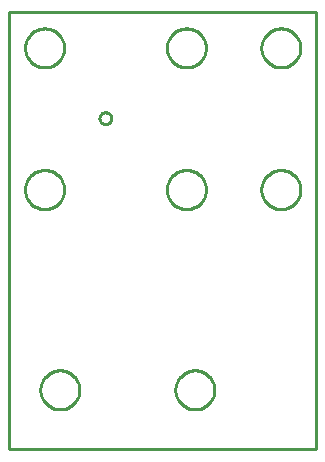
<source format=gbr>
G04 EAGLE Gerber RS-274X export*
G75*
%MOMM*%
%FSLAX34Y34*%
%LPD*%
%IN*%
%IPPOS*%
%AMOC8*
5,1,8,0,0,1.08239X$1,22.5*%
G01*
%ADD10C,0.254000*%


D10*
X0Y0D02*
X260000Y0D01*
X260000Y370000D01*
X0Y370000D01*
X0Y0D01*
X86400Y280219D02*
X86337Y279661D01*
X86212Y279114D01*
X86027Y278584D01*
X85783Y278078D01*
X85484Y277602D01*
X85134Y277163D01*
X84737Y276766D01*
X84298Y276416D01*
X83822Y276117D01*
X83316Y275873D01*
X82786Y275688D01*
X82239Y275563D01*
X81681Y275500D01*
X81119Y275500D01*
X80561Y275563D01*
X80014Y275688D01*
X79484Y275873D01*
X78978Y276117D01*
X78502Y276416D01*
X78063Y276766D01*
X77666Y277163D01*
X77316Y277602D01*
X77017Y278078D01*
X76773Y278584D01*
X76588Y279114D01*
X76463Y279661D01*
X76400Y280219D01*
X76400Y280781D01*
X76463Y281339D01*
X76588Y281886D01*
X76773Y282416D01*
X77017Y282922D01*
X77316Y283398D01*
X77666Y283837D01*
X78063Y284234D01*
X78502Y284584D01*
X78978Y284883D01*
X79484Y285127D01*
X80014Y285312D01*
X80561Y285437D01*
X81119Y285500D01*
X81681Y285500D01*
X82239Y285437D01*
X82786Y285312D01*
X83316Y285127D01*
X83822Y284883D01*
X84298Y284584D01*
X84737Y284234D01*
X85134Y283837D01*
X85484Y283398D01*
X85783Y282922D01*
X86027Y282416D01*
X86212Y281886D01*
X86337Y281339D01*
X86400Y280781D01*
X86400Y280219D01*
X140650Y51040D02*
X140721Y52118D01*
X140862Y53189D01*
X141072Y54249D01*
X141352Y55292D01*
X141699Y56315D01*
X142113Y57313D01*
X142591Y58282D01*
X143131Y59218D01*
X143731Y60116D01*
X144389Y60973D01*
X145101Y61785D01*
X145865Y62549D01*
X146677Y63262D01*
X147534Y63919D01*
X148432Y64519D01*
X149368Y65060D01*
X150337Y65537D01*
X151335Y65951D01*
X152358Y66298D01*
X153401Y66578D01*
X154461Y66788D01*
X155532Y66929D01*
X156610Y67000D01*
X157690Y67000D01*
X158768Y66929D01*
X159839Y66788D01*
X160899Y66578D01*
X161942Y66298D01*
X162965Y65951D01*
X163963Y65537D01*
X164932Y65060D01*
X165868Y64519D01*
X166766Y63919D01*
X167623Y63262D01*
X168435Y62549D01*
X169199Y61785D01*
X169912Y60973D01*
X170569Y60116D01*
X171169Y59218D01*
X171710Y58282D01*
X172187Y57313D01*
X172601Y56315D01*
X172948Y55292D01*
X173228Y54249D01*
X173438Y53189D01*
X173579Y52118D01*
X173650Y51040D01*
X173650Y49960D01*
X173579Y48882D01*
X173438Y47811D01*
X173228Y46751D01*
X172948Y45708D01*
X172601Y44685D01*
X172187Y43687D01*
X171710Y42718D01*
X171169Y41782D01*
X170569Y40884D01*
X169912Y40027D01*
X169199Y39215D01*
X168435Y38451D01*
X167623Y37739D01*
X166766Y37081D01*
X165868Y36481D01*
X164932Y35941D01*
X163963Y35463D01*
X162965Y35049D01*
X161942Y34702D01*
X160899Y34422D01*
X159839Y34212D01*
X158768Y34071D01*
X157690Y34000D01*
X156610Y34000D01*
X155532Y34071D01*
X154461Y34212D01*
X153401Y34422D01*
X152358Y34702D01*
X151335Y35049D01*
X150337Y35463D01*
X149368Y35941D01*
X148432Y36481D01*
X147534Y37081D01*
X146677Y37739D01*
X145865Y38451D01*
X145101Y39215D01*
X144389Y40027D01*
X143731Y40884D01*
X143131Y41782D01*
X142591Y42718D01*
X142113Y43687D01*
X141699Y44685D01*
X141352Y45708D01*
X141072Y46751D01*
X140862Y47811D01*
X140721Y48882D01*
X140650Y49960D01*
X140650Y51040D01*
X26350Y51040D02*
X26421Y52118D01*
X26562Y53189D01*
X26772Y54249D01*
X27052Y55292D01*
X27399Y56315D01*
X27813Y57313D01*
X28291Y58282D01*
X28831Y59218D01*
X29431Y60116D01*
X30089Y60973D01*
X30801Y61785D01*
X31565Y62549D01*
X32377Y63262D01*
X33234Y63919D01*
X34132Y64519D01*
X35068Y65060D01*
X36037Y65537D01*
X37035Y65951D01*
X38058Y66298D01*
X39101Y66578D01*
X40161Y66788D01*
X41232Y66929D01*
X42310Y67000D01*
X43390Y67000D01*
X44468Y66929D01*
X45539Y66788D01*
X46599Y66578D01*
X47642Y66298D01*
X48665Y65951D01*
X49663Y65537D01*
X50632Y65060D01*
X51568Y64519D01*
X52466Y63919D01*
X53323Y63262D01*
X54135Y62549D01*
X54899Y61785D01*
X55612Y60973D01*
X56269Y60116D01*
X56869Y59218D01*
X57410Y58282D01*
X57887Y57313D01*
X58301Y56315D01*
X58648Y55292D01*
X58928Y54249D01*
X59138Y53189D01*
X59279Y52118D01*
X59350Y51040D01*
X59350Y49960D01*
X59279Y48882D01*
X59138Y47811D01*
X58928Y46751D01*
X58648Y45708D01*
X58301Y44685D01*
X57887Y43687D01*
X57410Y42718D01*
X56869Y41782D01*
X56269Y40884D01*
X55612Y40027D01*
X54899Y39215D01*
X54135Y38451D01*
X53323Y37739D01*
X52466Y37081D01*
X51568Y36481D01*
X50632Y35941D01*
X49663Y35463D01*
X48665Y35049D01*
X47642Y34702D01*
X46599Y34422D01*
X45539Y34212D01*
X44468Y34071D01*
X43390Y34000D01*
X42310Y34000D01*
X41232Y34071D01*
X40161Y34212D01*
X39101Y34422D01*
X38058Y34702D01*
X37035Y35049D01*
X36037Y35463D01*
X35068Y35941D01*
X34132Y36481D01*
X33234Y37081D01*
X32377Y37739D01*
X31565Y38451D01*
X30801Y39215D01*
X30089Y40027D01*
X29431Y40884D01*
X28831Y41782D01*
X28291Y42718D01*
X27813Y43687D01*
X27399Y44685D01*
X27052Y45708D01*
X26772Y46751D01*
X26562Y47811D01*
X26421Y48882D01*
X26350Y49960D01*
X26350Y51040D01*
X46510Y339460D02*
X46439Y338381D01*
X46298Y337309D01*
X46087Y336249D01*
X45808Y335205D01*
X45460Y334181D01*
X45046Y333183D01*
X44568Y332213D01*
X44028Y331277D01*
X43427Y330378D01*
X42769Y329521D01*
X42057Y328708D01*
X41292Y327944D01*
X40479Y327231D01*
X39622Y326573D01*
X38723Y325972D01*
X37787Y325432D01*
X36817Y324954D01*
X35819Y324540D01*
X34795Y324192D01*
X33751Y323913D01*
X32691Y323702D01*
X31619Y323561D01*
X30540Y323490D01*
X29460Y323490D01*
X28381Y323561D01*
X27309Y323702D01*
X26249Y323913D01*
X25205Y324192D01*
X24181Y324540D01*
X23183Y324954D01*
X22213Y325432D01*
X21277Y325972D01*
X20378Y326573D01*
X19521Y327231D01*
X18708Y327944D01*
X17944Y328708D01*
X17231Y329521D01*
X16573Y330378D01*
X15972Y331277D01*
X15432Y332213D01*
X14954Y333183D01*
X14540Y334181D01*
X14192Y335205D01*
X13913Y336249D01*
X13702Y337309D01*
X13561Y338381D01*
X13490Y339460D01*
X13490Y340540D01*
X13561Y341619D01*
X13702Y342691D01*
X13913Y343751D01*
X14192Y344795D01*
X14540Y345819D01*
X14954Y346817D01*
X15432Y347787D01*
X15972Y348723D01*
X16573Y349622D01*
X17231Y350479D01*
X17944Y351292D01*
X18708Y352057D01*
X19521Y352769D01*
X20378Y353427D01*
X21277Y354028D01*
X22213Y354568D01*
X23183Y355046D01*
X24181Y355460D01*
X25205Y355808D01*
X26249Y356087D01*
X27309Y356298D01*
X28381Y356439D01*
X29460Y356510D01*
X30540Y356510D01*
X31619Y356439D01*
X32691Y356298D01*
X33751Y356087D01*
X34795Y355808D01*
X35819Y355460D01*
X36817Y355046D01*
X37787Y354568D01*
X38723Y354028D01*
X39622Y353427D01*
X40479Y352769D01*
X41292Y352057D01*
X42057Y351292D01*
X42769Y350479D01*
X43427Y349622D01*
X44028Y348723D01*
X44568Y347787D01*
X45046Y346817D01*
X45460Y345819D01*
X45808Y344795D01*
X46087Y343751D01*
X46298Y342691D01*
X46439Y341619D01*
X46510Y340540D01*
X46510Y339460D01*
X166510Y339460D02*
X166439Y338381D01*
X166298Y337309D01*
X166087Y336249D01*
X165808Y335205D01*
X165460Y334181D01*
X165046Y333183D01*
X164568Y332213D01*
X164028Y331277D01*
X163427Y330378D01*
X162769Y329521D01*
X162057Y328708D01*
X161292Y327944D01*
X160479Y327231D01*
X159622Y326573D01*
X158723Y325972D01*
X157787Y325432D01*
X156817Y324954D01*
X155819Y324540D01*
X154795Y324192D01*
X153751Y323913D01*
X152691Y323702D01*
X151619Y323561D01*
X150540Y323490D01*
X149460Y323490D01*
X148381Y323561D01*
X147309Y323702D01*
X146249Y323913D01*
X145205Y324192D01*
X144181Y324540D01*
X143183Y324954D01*
X142213Y325432D01*
X141277Y325972D01*
X140378Y326573D01*
X139521Y327231D01*
X138708Y327944D01*
X137944Y328708D01*
X137231Y329521D01*
X136573Y330378D01*
X135972Y331277D01*
X135432Y332213D01*
X134954Y333183D01*
X134540Y334181D01*
X134192Y335205D01*
X133913Y336249D01*
X133702Y337309D01*
X133561Y338381D01*
X133490Y339460D01*
X133490Y340540D01*
X133561Y341619D01*
X133702Y342691D01*
X133913Y343751D01*
X134192Y344795D01*
X134540Y345819D01*
X134954Y346817D01*
X135432Y347787D01*
X135972Y348723D01*
X136573Y349622D01*
X137231Y350479D01*
X137944Y351292D01*
X138708Y352057D01*
X139521Y352769D01*
X140378Y353427D01*
X141277Y354028D01*
X142213Y354568D01*
X143183Y355046D01*
X144181Y355460D01*
X145205Y355808D01*
X146249Y356087D01*
X147309Y356298D01*
X148381Y356439D01*
X149460Y356510D01*
X150540Y356510D01*
X151619Y356439D01*
X152691Y356298D01*
X153751Y356087D01*
X154795Y355808D01*
X155819Y355460D01*
X156817Y355046D01*
X157787Y354568D01*
X158723Y354028D01*
X159622Y353427D01*
X160479Y352769D01*
X161292Y352057D01*
X162057Y351292D01*
X162769Y350479D01*
X163427Y349622D01*
X164028Y348723D01*
X164568Y347787D01*
X165046Y346817D01*
X165460Y345819D01*
X165808Y344795D01*
X166087Y343751D01*
X166298Y342691D01*
X166439Y341619D01*
X166510Y340540D01*
X166510Y339460D01*
X46510Y219460D02*
X46439Y218381D01*
X46298Y217309D01*
X46087Y216249D01*
X45808Y215205D01*
X45460Y214181D01*
X45046Y213183D01*
X44568Y212213D01*
X44028Y211277D01*
X43427Y210378D01*
X42769Y209521D01*
X42057Y208708D01*
X41292Y207944D01*
X40479Y207231D01*
X39622Y206573D01*
X38723Y205972D01*
X37787Y205432D01*
X36817Y204954D01*
X35819Y204540D01*
X34795Y204192D01*
X33751Y203913D01*
X32691Y203702D01*
X31619Y203561D01*
X30540Y203490D01*
X29460Y203490D01*
X28381Y203561D01*
X27309Y203702D01*
X26249Y203913D01*
X25205Y204192D01*
X24181Y204540D01*
X23183Y204954D01*
X22213Y205432D01*
X21277Y205972D01*
X20378Y206573D01*
X19521Y207231D01*
X18708Y207944D01*
X17944Y208708D01*
X17231Y209521D01*
X16573Y210378D01*
X15972Y211277D01*
X15432Y212213D01*
X14954Y213183D01*
X14540Y214181D01*
X14192Y215205D01*
X13913Y216249D01*
X13702Y217309D01*
X13561Y218381D01*
X13490Y219460D01*
X13490Y220540D01*
X13561Y221619D01*
X13702Y222691D01*
X13913Y223751D01*
X14192Y224795D01*
X14540Y225819D01*
X14954Y226817D01*
X15432Y227787D01*
X15972Y228723D01*
X16573Y229622D01*
X17231Y230479D01*
X17944Y231292D01*
X18708Y232057D01*
X19521Y232769D01*
X20378Y233427D01*
X21277Y234028D01*
X22213Y234568D01*
X23183Y235046D01*
X24181Y235460D01*
X25205Y235808D01*
X26249Y236087D01*
X27309Y236298D01*
X28381Y236439D01*
X29460Y236510D01*
X30540Y236510D01*
X31619Y236439D01*
X32691Y236298D01*
X33751Y236087D01*
X34795Y235808D01*
X35819Y235460D01*
X36817Y235046D01*
X37787Y234568D01*
X38723Y234028D01*
X39622Y233427D01*
X40479Y232769D01*
X41292Y232057D01*
X42057Y231292D01*
X42769Y230479D01*
X43427Y229622D01*
X44028Y228723D01*
X44568Y227787D01*
X45046Y226817D01*
X45460Y225819D01*
X45808Y224795D01*
X46087Y223751D01*
X46298Y222691D01*
X46439Y221619D01*
X46510Y220540D01*
X46510Y219460D01*
X166510Y219460D02*
X166439Y218381D01*
X166298Y217309D01*
X166087Y216249D01*
X165808Y215205D01*
X165460Y214181D01*
X165046Y213183D01*
X164568Y212213D01*
X164028Y211277D01*
X163427Y210378D01*
X162769Y209521D01*
X162057Y208708D01*
X161292Y207944D01*
X160479Y207231D01*
X159622Y206573D01*
X158723Y205972D01*
X157787Y205432D01*
X156817Y204954D01*
X155819Y204540D01*
X154795Y204192D01*
X153751Y203913D01*
X152691Y203702D01*
X151619Y203561D01*
X150540Y203490D01*
X149460Y203490D01*
X148381Y203561D01*
X147309Y203702D01*
X146249Y203913D01*
X145205Y204192D01*
X144181Y204540D01*
X143183Y204954D01*
X142213Y205432D01*
X141277Y205972D01*
X140378Y206573D01*
X139521Y207231D01*
X138708Y207944D01*
X137944Y208708D01*
X137231Y209521D01*
X136573Y210378D01*
X135972Y211277D01*
X135432Y212213D01*
X134954Y213183D01*
X134540Y214181D01*
X134192Y215205D01*
X133913Y216249D01*
X133702Y217309D01*
X133561Y218381D01*
X133490Y219460D01*
X133490Y220540D01*
X133561Y221619D01*
X133702Y222691D01*
X133913Y223751D01*
X134192Y224795D01*
X134540Y225819D01*
X134954Y226817D01*
X135432Y227787D01*
X135972Y228723D01*
X136573Y229622D01*
X137231Y230479D01*
X137944Y231292D01*
X138708Y232057D01*
X139521Y232769D01*
X140378Y233427D01*
X141277Y234028D01*
X142213Y234568D01*
X143183Y235046D01*
X144181Y235460D01*
X145205Y235808D01*
X146249Y236087D01*
X147309Y236298D01*
X148381Y236439D01*
X149460Y236510D01*
X150540Y236510D01*
X151619Y236439D01*
X152691Y236298D01*
X153751Y236087D01*
X154795Y235808D01*
X155819Y235460D01*
X156817Y235046D01*
X157787Y234568D01*
X158723Y234028D01*
X159622Y233427D01*
X160479Y232769D01*
X161292Y232057D01*
X162057Y231292D01*
X162769Y230479D01*
X163427Y229622D01*
X164028Y228723D01*
X164568Y227787D01*
X165046Y226817D01*
X165460Y225819D01*
X165808Y224795D01*
X166087Y223751D01*
X166298Y222691D01*
X166439Y221619D01*
X166510Y220540D01*
X166510Y219460D01*
X246510Y339460D02*
X246439Y338381D01*
X246298Y337309D01*
X246087Y336249D01*
X245808Y335205D01*
X245460Y334181D01*
X245046Y333183D01*
X244568Y332213D01*
X244028Y331277D01*
X243427Y330378D01*
X242769Y329521D01*
X242057Y328708D01*
X241292Y327944D01*
X240479Y327231D01*
X239622Y326573D01*
X238723Y325972D01*
X237787Y325432D01*
X236817Y324954D01*
X235819Y324540D01*
X234795Y324192D01*
X233751Y323913D01*
X232691Y323702D01*
X231619Y323561D01*
X230540Y323490D01*
X229460Y323490D01*
X228381Y323561D01*
X227309Y323702D01*
X226249Y323913D01*
X225205Y324192D01*
X224181Y324540D01*
X223183Y324954D01*
X222213Y325432D01*
X221277Y325972D01*
X220378Y326573D01*
X219521Y327231D01*
X218708Y327944D01*
X217944Y328708D01*
X217231Y329521D01*
X216573Y330378D01*
X215972Y331277D01*
X215432Y332213D01*
X214954Y333183D01*
X214540Y334181D01*
X214192Y335205D01*
X213913Y336249D01*
X213702Y337309D01*
X213561Y338381D01*
X213490Y339460D01*
X213490Y340540D01*
X213561Y341619D01*
X213702Y342691D01*
X213913Y343751D01*
X214192Y344795D01*
X214540Y345819D01*
X214954Y346817D01*
X215432Y347787D01*
X215972Y348723D01*
X216573Y349622D01*
X217231Y350479D01*
X217944Y351292D01*
X218708Y352057D01*
X219521Y352769D01*
X220378Y353427D01*
X221277Y354028D01*
X222213Y354568D01*
X223183Y355046D01*
X224181Y355460D01*
X225205Y355808D01*
X226249Y356087D01*
X227309Y356298D01*
X228381Y356439D01*
X229460Y356510D01*
X230540Y356510D01*
X231619Y356439D01*
X232691Y356298D01*
X233751Y356087D01*
X234795Y355808D01*
X235819Y355460D01*
X236817Y355046D01*
X237787Y354568D01*
X238723Y354028D01*
X239622Y353427D01*
X240479Y352769D01*
X241292Y352057D01*
X242057Y351292D01*
X242769Y350479D01*
X243427Y349622D01*
X244028Y348723D01*
X244568Y347787D01*
X245046Y346817D01*
X245460Y345819D01*
X245808Y344795D01*
X246087Y343751D01*
X246298Y342691D01*
X246439Y341619D01*
X246510Y340540D01*
X246510Y339460D01*
X246510Y219460D02*
X246439Y218381D01*
X246298Y217309D01*
X246087Y216249D01*
X245808Y215205D01*
X245460Y214181D01*
X245046Y213183D01*
X244568Y212213D01*
X244028Y211277D01*
X243427Y210378D01*
X242769Y209521D01*
X242057Y208708D01*
X241292Y207944D01*
X240479Y207231D01*
X239622Y206573D01*
X238723Y205972D01*
X237787Y205432D01*
X236817Y204954D01*
X235819Y204540D01*
X234795Y204192D01*
X233751Y203913D01*
X232691Y203702D01*
X231619Y203561D01*
X230540Y203490D01*
X229460Y203490D01*
X228381Y203561D01*
X227309Y203702D01*
X226249Y203913D01*
X225205Y204192D01*
X224181Y204540D01*
X223183Y204954D01*
X222213Y205432D01*
X221277Y205972D01*
X220378Y206573D01*
X219521Y207231D01*
X218708Y207944D01*
X217944Y208708D01*
X217231Y209521D01*
X216573Y210378D01*
X215972Y211277D01*
X215432Y212213D01*
X214954Y213183D01*
X214540Y214181D01*
X214192Y215205D01*
X213913Y216249D01*
X213702Y217309D01*
X213561Y218381D01*
X213490Y219460D01*
X213490Y220540D01*
X213561Y221619D01*
X213702Y222691D01*
X213913Y223751D01*
X214192Y224795D01*
X214540Y225819D01*
X214954Y226817D01*
X215432Y227787D01*
X215972Y228723D01*
X216573Y229622D01*
X217231Y230479D01*
X217944Y231292D01*
X218708Y232057D01*
X219521Y232769D01*
X220378Y233427D01*
X221277Y234028D01*
X222213Y234568D01*
X223183Y235046D01*
X224181Y235460D01*
X225205Y235808D01*
X226249Y236087D01*
X227309Y236298D01*
X228381Y236439D01*
X229460Y236510D01*
X230540Y236510D01*
X231619Y236439D01*
X232691Y236298D01*
X233751Y236087D01*
X234795Y235808D01*
X235819Y235460D01*
X236817Y235046D01*
X237787Y234568D01*
X238723Y234028D01*
X239622Y233427D01*
X240479Y232769D01*
X241292Y232057D01*
X242057Y231292D01*
X242769Y230479D01*
X243427Y229622D01*
X244028Y228723D01*
X244568Y227787D01*
X245046Y226817D01*
X245460Y225819D01*
X245808Y224795D01*
X246087Y223751D01*
X246298Y222691D01*
X246439Y221619D01*
X246510Y220540D01*
X246510Y219460D01*
M02*

</source>
